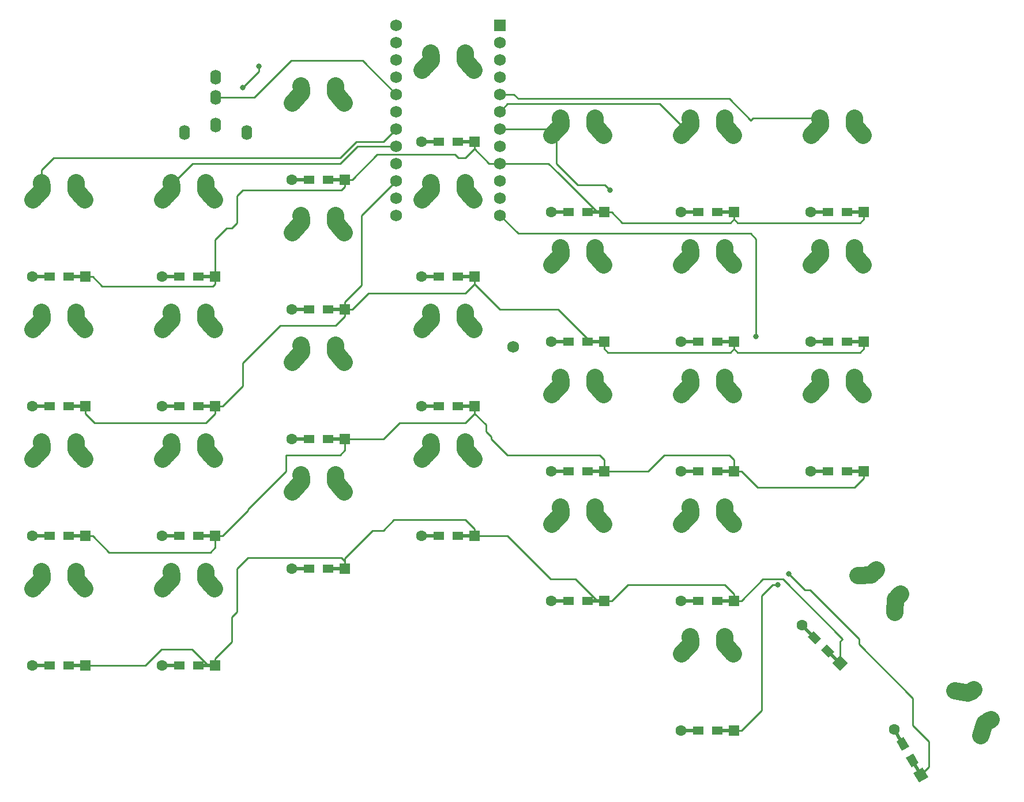
<source format=gbr>
G04 #@! TF.GenerationSoftware,KiCad,Pcbnew,(5.1.2)-2*
G04 #@! TF.CreationDate,2019-06-19T20:54:41-05:00*
G04 #@! TF.ProjectId,BlastersRev2,426c6173-7465-4727-9352-6576322e6b69,rev?*
G04 #@! TF.SameCoordinates,Original*
G04 #@! TF.FileFunction,Copper,L2,Bot*
G04 #@! TF.FilePolarity,Positive*
%FSLAX46Y46*%
G04 Gerber Fmt 4.6, Leading zero omitted, Abs format (unit mm)*
G04 Created by KiCad (PCBNEW (5.1.2)-2) date 2019-06-19 20:54:41*
%MOMM*%
%LPD*%
G04 APERTURE LIST*
%ADD10O,1.600000X2.200000*%
%ADD11R,1.600000X1.600000*%
%ADD12C,1.600000*%
%ADD13R,2.900000X0.500000*%
%ADD14R,1.600000X1.200000*%
%ADD15C,0.100000*%
%ADD16C,0.500000*%
%ADD17C,1.200000*%
%ADD18C,2.000000*%
%ADD19C,2.500000*%
%ADD20C,2.500000*%
%ADD21R,1.752600X1.752600*%
%ADD22C,1.752600*%
%ADD23C,0.800000*%
%ADD24C,0.250000*%
G04 APERTURE END LIST*
D10*
X94293750Y-73212500D03*
X85093750Y-73212500D03*
X89693750Y-72112500D03*
X89693750Y-65112500D03*
X89693750Y-68112500D03*
D11*
X146775000Y-84931250D03*
D12*
X138975000Y-84931250D03*
D13*
X145375000Y-84931250D03*
D14*
X144275000Y-84931250D03*
X141475000Y-84931250D03*
D13*
X140375000Y-84931250D03*
X140375000Y-103981250D03*
D14*
X141475000Y-103981250D03*
X144275000Y-103981250D03*
D13*
X145375000Y-103981250D03*
D12*
X138975000Y-103981250D03*
D11*
X146775000Y-103981250D03*
X146775000Y-123031250D03*
D12*
X138975000Y-123031250D03*
D13*
X145375000Y-123031250D03*
D14*
X144275000Y-123031250D03*
X141475000Y-123031250D03*
D13*
X140375000Y-123031250D03*
X140375000Y-142081250D03*
D14*
X141475000Y-142081250D03*
X144275000Y-142081250D03*
D13*
X145375000Y-142081250D03*
D12*
X138975000Y-142081250D03*
D11*
X146775000Y-142081250D03*
X165825000Y-84931250D03*
D12*
X158025000Y-84931250D03*
D13*
X164425000Y-84931250D03*
D14*
X163325000Y-84931250D03*
X160525000Y-84931250D03*
D13*
X159425000Y-84931250D03*
X159425000Y-103981250D03*
D14*
X160525000Y-103981250D03*
X163325000Y-103981250D03*
D13*
X164425000Y-103981250D03*
D12*
X158025000Y-103981250D03*
D11*
X165825000Y-103981250D03*
X165825000Y-123031250D03*
D12*
X158025000Y-123031250D03*
D13*
X164425000Y-123031250D03*
D14*
X163325000Y-123031250D03*
X160525000Y-123031250D03*
D13*
X159425000Y-123031250D03*
X159425000Y-142081250D03*
D14*
X160525000Y-142081250D03*
X163325000Y-142081250D03*
D13*
X164425000Y-142081250D03*
D12*
X158025000Y-142081250D03*
D11*
X165825000Y-142081250D03*
X165825000Y-161131250D03*
D12*
X158025000Y-161131250D03*
D13*
X164425000Y-161131250D03*
D14*
X163325000Y-161131250D03*
X160525000Y-161131250D03*
D13*
X159425000Y-161131250D03*
X178475000Y-84931250D03*
D14*
X179575000Y-84931250D03*
X182375000Y-84931250D03*
D13*
X183475000Y-84931250D03*
D12*
X177075000Y-84931250D03*
D11*
X184875000Y-84931250D03*
X184875000Y-103981250D03*
D12*
X177075000Y-103981250D03*
D13*
X183475000Y-103981250D03*
D14*
X182375000Y-103981250D03*
X179575000Y-103981250D03*
D13*
X178475000Y-103981250D03*
X178475000Y-123031250D03*
D14*
X179575000Y-123031250D03*
X182375000Y-123031250D03*
D13*
X183475000Y-123031250D03*
D12*
X177075000Y-123031250D03*
D11*
X184875000Y-123031250D03*
D12*
X193243750Y-167683749D03*
D15*
G36*
X192150930Y-167390929D02*
G01*
X193536570Y-166590929D01*
X194336570Y-167976569D01*
X192950930Y-168776569D01*
X192150930Y-167390929D01*
X192150930Y-167390929D01*
G37*
D12*
X189343750Y-160928751D03*
D16*
X192543750Y-166471314D03*
D15*
G36*
X191602244Y-165340577D02*
G01*
X192035256Y-165090577D01*
X193485256Y-167602051D01*
X193052244Y-167852051D01*
X191602244Y-165340577D01*
X191602244Y-165340577D01*
G37*
D17*
X191993750Y-165518686D03*
D15*
G36*
X191074135Y-165125866D02*
G01*
X192113365Y-164525866D01*
X192913365Y-165911506D01*
X191874135Y-166511506D01*
X191074135Y-165125866D01*
X191074135Y-165125866D01*
G37*
D17*
X190593750Y-163093814D03*
D15*
G36*
X189674135Y-162700994D02*
G01*
X190713365Y-162100994D01*
X191513365Y-163486634D01*
X190474135Y-164086634D01*
X189674135Y-162700994D01*
X189674135Y-162700994D01*
G37*
D16*
X190043750Y-162141186D03*
D15*
G36*
X189102244Y-161010449D02*
G01*
X189535256Y-160760449D01*
X190985256Y-163271923D01*
X190552244Y-163521923D01*
X189102244Y-161010449D01*
X189102244Y-161010449D01*
G37*
D13*
X64175000Y-113506250D03*
D14*
X65275000Y-113506250D03*
X68075000Y-113506250D03*
D13*
X69175000Y-113506250D03*
D12*
X62775000Y-113506250D03*
D11*
X70575000Y-113506250D03*
X127725000Y-113506250D03*
D12*
X119925000Y-113506250D03*
D13*
X126325000Y-113506250D03*
D14*
X125225000Y-113506250D03*
X122425000Y-113506250D03*
D13*
X121325000Y-113506250D03*
X121325000Y-132556250D03*
D14*
X122425000Y-132556250D03*
X125225000Y-132556250D03*
D13*
X126325000Y-132556250D03*
D12*
X119925000Y-132556250D03*
D11*
X127725000Y-132556250D03*
D12*
X181351466Y-151188966D03*
D15*
G36*
X180220095Y-151188966D02*
G01*
X181351466Y-150057595D01*
X182482837Y-151188966D01*
X181351466Y-152320337D01*
X180220095Y-151188966D01*
X180220095Y-151188966D01*
G37*
D12*
X175836034Y-145673534D03*
D16*
X180361517Y-150199017D03*
D15*
G36*
X179159435Y-149350489D02*
G01*
X179512989Y-148996935D01*
X181563599Y-151047545D01*
X181210045Y-151401099D01*
X179159435Y-149350489D01*
X179159435Y-149350489D01*
G37*
D17*
X179583699Y-149421199D03*
D15*
G36*
X178593750Y-149279778D02*
G01*
X179442278Y-148431250D01*
X180573648Y-149562620D01*
X179725120Y-150411148D01*
X178593750Y-149279778D01*
X178593750Y-149279778D01*
G37*
D17*
X177603801Y-147441301D03*
D15*
G36*
X176613852Y-147299880D02*
G01*
X177462380Y-146451352D01*
X178593750Y-147582722D01*
X177745222Y-148431250D01*
X176613852Y-147299880D01*
X176613852Y-147299880D01*
G37*
D16*
X176825983Y-146663483D03*
D15*
G36*
X175623901Y-145814955D02*
G01*
X175977455Y-145461401D01*
X178028065Y-147512011D01*
X177674511Y-147865565D01*
X175623901Y-145814955D01*
X175623901Y-145814955D01*
G37*
D13*
X64175000Y-94456250D03*
D14*
X65275000Y-94456250D03*
X68075000Y-94456250D03*
D13*
X69175000Y-94456250D03*
D12*
X62775000Y-94456250D03*
D11*
X70575000Y-94456250D03*
X70575000Y-132556250D03*
D12*
X62775000Y-132556250D03*
D13*
X69175000Y-132556250D03*
D14*
X68075000Y-132556250D03*
X65275000Y-132556250D03*
D13*
X64175000Y-132556250D03*
X64175000Y-151606250D03*
D14*
X65275000Y-151606250D03*
X68075000Y-151606250D03*
D13*
X69175000Y-151606250D03*
D12*
X62775000Y-151606250D03*
D11*
X70575000Y-151606250D03*
X89625000Y-94456250D03*
D12*
X81825000Y-94456250D03*
D13*
X88225000Y-94456250D03*
D14*
X87125000Y-94456250D03*
X84325000Y-94456250D03*
D13*
X83225000Y-94456250D03*
X83225000Y-113506250D03*
D14*
X84325000Y-113506250D03*
X87125000Y-113506250D03*
D13*
X88225000Y-113506250D03*
D12*
X81825000Y-113506250D03*
D11*
X89625000Y-113506250D03*
X89625000Y-132556250D03*
D12*
X81825000Y-132556250D03*
D13*
X88225000Y-132556250D03*
D14*
X87125000Y-132556250D03*
X84325000Y-132556250D03*
D13*
X83225000Y-132556250D03*
X83225000Y-151606250D03*
D14*
X84325000Y-151606250D03*
X87125000Y-151606250D03*
D13*
X88225000Y-151606250D03*
D12*
X81825000Y-151606250D03*
D11*
X89625000Y-151606250D03*
D13*
X102275000Y-80168750D03*
D14*
X103375000Y-80168750D03*
X106175000Y-80168750D03*
D13*
X107275000Y-80168750D03*
D12*
X100875000Y-80168750D03*
D11*
X108675000Y-80168750D03*
X108675000Y-99218750D03*
D12*
X100875000Y-99218750D03*
D13*
X107275000Y-99218750D03*
D14*
X106175000Y-99218750D03*
X103375000Y-99218750D03*
D13*
X102275000Y-99218750D03*
X102275000Y-118268750D03*
D14*
X103375000Y-118268750D03*
X106175000Y-118268750D03*
D13*
X107275000Y-118268750D03*
D12*
X100875000Y-118268750D03*
D11*
X108675000Y-118268750D03*
X108675000Y-137318750D03*
D12*
X100875000Y-137318750D03*
D13*
X107275000Y-137318750D03*
D14*
X106175000Y-137318750D03*
X103375000Y-137318750D03*
D13*
X102275000Y-137318750D03*
D11*
X127725000Y-74612500D03*
D12*
X119925000Y-74612500D03*
D13*
X126325000Y-74612500D03*
D14*
X125225000Y-74612500D03*
X122425000Y-74612500D03*
D13*
X121325000Y-74612500D03*
X121325000Y-94456250D03*
D14*
X122425000Y-94456250D03*
X125225000Y-94456250D03*
D13*
X126325000Y-94456250D03*
D12*
X119925000Y-94456250D03*
D11*
X127725000Y-94456250D03*
D18*
X69175000Y-100275000D03*
X69215000Y-99695000D03*
X64175000Y-100775000D03*
X62865000Y-102235000D03*
D19*
X69830000Y-101505000D03*
D20*
X70484995Y-102235004D02*
X69175005Y-100774996D01*
D19*
X63520000Y-101505000D03*
D20*
X62865005Y-102235004D02*
X64174995Y-100774996D01*
D18*
X69175000Y-100775000D03*
X70485000Y-102235000D03*
D19*
X64155000Y-99985000D03*
D20*
X64135001Y-99695000D02*
X64174999Y-100275000D01*
D18*
X64175000Y-100275000D03*
X64135000Y-99695000D03*
D19*
X69195000Y-99985000D03*
D20*
X69214999Y-99695000D02*
X69175001Y-100275000D01*
D18*
X69175000Y-81225000D03*
X69215000Y-80645000D03*
X64175000Y-81725000D03*
X62865000Y-83185000D03*
D19*
X69830000Y-82455000D03*
D20*
X70484995Y-83185004D02*
X69175005Y-81724996D01*
D19*
X63520000Y-82455000D03*
D20*
X62865005Y-83185004D02*
X64174995Y-81724996D01*
D18*
X69175000Y-81725000D03*
X70485000Y-83185000D03*
D19*
X64155000Y-80935000D03*
D20*
X64135001Y-80645000D02*
X64174999Y-81225000D01*
D18*
X64175000Y-81225000D03*
X64135000Y-80645000D03*
D19*
X69195000Y-80935000D03*
D20*
X69214999Y-80645000D02*
X69175001Y-81225000D01*
D19*
X145395000Y-109510000D03*
D20*
X145414999Y-109220000D02*
X145375001Y-109800000D01*
D18*
X140335000Y-109220000D03*
X140375000Y-109800000D03*
D19*
X140355000Y-109510000D03*
D20*
X140335001Y-109220000D02*
X140374999Y-109800000D01*
D18*
X146685000Y-111760000D03*
X145375000Y-110300000D03*
D19*
X139720000Y-111030000D03*
D20*
X139065005Y-111760004D02*
X140374995Y-110299996D01*
D19*
X146030000Y-111030000D03*
D20*
X146684995Y-111760004D02*
X145375005Y-110299996D01*
D18*
X139065000Y-111760000D03*
X140375000Y-110300000D03*
X145415000Y-109220000D03*
X145375000Y-109800000D03*
X145375000Y-128850000D03*
X145415000Y-128270000D03*
X140375000Y-129350000D03*
X139065000Y-130810000D03*
D19*
X146030000Y-130080000D03*
D20*
X146684995Y-130810004D02*
X145375005Y-129349996D01*
D19*
X139720000Y-130080000D03*
D20*
X139065005Y-130810004D02*
X140374995Y-129349996D01*
D18*
X145375000Y-129350000D03*
X146685000Y-130810000D03*
D19*
X140355000Y-128560000D03*
D20*
X140335001Y-128270000D02*
X140374999Y-128850000D01*
D18*
X140375000Y-128850000D03*
X140335000Y-128270000D03*
D19*
X145395000Y-128560000D03*
D20*
X145414999Y-128270000D02*
X145375001Y-128850000D01*
D19*
X164445000Y-71410000D03*
D20*
X164464999Y-71120000D02*
X164425001Y-71700000D01*
D18*
X159385000Y-71120000D03*
X159425000Y-71700000D03*
D19*
X159405000Y-71410000D03*
D20*
X159385001Y-71120000D02*
X159424999Y-71700000D01*
D18*
X165735000Y-73660000D03*
X164425000Y-72200000D03*
D19*
X158770000Y-72930000D03*
D20*
X158115005Y-73660004D02*
X159424995Y-72199996D01*
D19*
X165080000Y-72930000D03*
D20*
X165734995Y-73660004D02*
X164425005Y-72199996D01*
D18*
X158115000Y-73660000D03*
X159425000Y-72200000D03*
X164465000Y-71120000D03*
X164425000Y-71700000D03*
X164425000Y-90750000D03*
X164465000Y-90170000D03*
X159425000Y-91250000D03*
X158115000Y-92710000D03*
D19*
X165080000Y-91980000D03*
D20*
X165734995Y-92710004D02*
X164425005Y-91249996D01*
D19*
X158770000Y-91980000D03*
D20*
X158115005Y-92710004D02*
X159424995Y-91249996D01*
D18*
X164425000Y-91250000D03*
X165735000Y-92710000D03*
D19*
X159405000Y-90460000D03*
D20*
X159385001Y-90170000D02*
X159424999Y-90750000D01*
D18*
X159425000Y-90750000D03*
X159385000Y-90170000D03*
D19*
X164445000Y-90460000D03*
D20*
X164464999Y-90170000D02*
X164425001Y-90750000D01*
D19*
X164445000Y-109510000D03*
D20*
X164464999Y-109220000D02*
X164425001Y-109800000D01*
D18*
X159385000Y-109220000D03*
X159425000Y-109800000D03*
D19*
X159405000Y-109510000D03*
D20*
X159385001Y-109220000D02*
X159424999Y-109800000D01*
D18*
X165735000Y-111760000D03*
X164425000Y-110300000D03*
D19*
X158770000Y-111030000D03*
D20*
X158115005Y-111760004D02*
X159424995Y-110299996D01*
D19*
X165080000Y-111030000D03*
D20*
X165734995Y-111760004D02*
X164425005Y-110299996D01*
D18*
X158115000Y-111760000D03*
X159425000Y-110300000D03*
X164465000Y-109220000D03*
X164425000Y-109800000D03*
X164425000Y-128850000D03*
X164465000Y-128270000D03*
X159425000Y-129350000D03*
X158115000Y-130810000D03*
D19*
X165080000Y-130080000D03*
D20*
X165734995Y-130810004D02*
X164425005Y-129349996D01*
D19*
X158770000Y-130080000D03*
D20*
X158115005Y-130810004D02*
X159424995Y-129349996D01*
D18*
X164425000Y-129350000D03*
X165735000Y-130810000D03*
D19*
X159405000Y-128560000D03*
D20*
X159385001Y-128270000D02*
X159424999Y-128850000D01*
D18*
X159425000Y-128850000D03*
X159385000Y-128270000D03*
D19*
X164445000Y-128560000D03*
D20*
X164464999Y-128270000D02*
X164425001Y-128850000D01*
D19*
X164445000Y-147610000D03*
D20*
X164464999Y-147320000D02*
X164425001Y-147900000D01*
D18*
X159385000Y-147320000D03*
X159425000Y-147900000D03*
D19*
X159405000Y-147610000D03*
D20*
X159385001Y-147320000D02*
X159424999Y-147900000D01*
D18*
X165735000Y-149860000D03*
X164425000Y-148400000D03*
D19*
X158770000Y-149130000D03*
D20*
X158115005Y-149860004D02*
X159424995Y-148399996D01*
D19*
X165080000Y-149130000D03*
D20*
X165734995Y-149860004D02*
X164425005Y-148399996D01*
D18*
X158115000Y-149860000D03*
X159425000Y-148400000D03*
X164465000Y-147320000D03*
X164425000Y-147900000D03*
X183475000Y-71700000D03*
X183515000Y-71120000D03*
X178475000Y-72200000D03*
X177165000Y-73660000D03*
D19*
X184130000Y-72930000D03*
D20*
X184784995Y-73660004D02*
X183475005Y-72199996D01*
D19*
X177820000Y-72930000D03*
D20*
X177165005Y-73660004D02*
X178474995Y-72199996D01*
D18*
X183475000Y-72200000D03*
X184785000Y-73660000D03*
D19*
X178455000Y-71410000D03*
D20*
X178435001Y-71120000D02*
X178474999Y-71700000D01*
D18*
X178475000Y-71700000D03*
X178435000Y-71120000D03*
D19*
X183495000Y-71410000D03*
D20*
X183514999Y-71120000D02*
X183475001Y-71700000D01*
D19*
X183495000Y-90460000D03*
D20*
X183514999Y-90170000D02*
X183475001Y-90750000D01*
D18*
X178435000Y-90170000D03*
X178475000Y-90750000D03*
D19*
X178455000Y-90460000D03*
D20*
X178435001Y-90170000D02*
X178474999Y-90750000D01*
D18*
X184785000Y-92710000D03*
X183475000Y-91250000D03*
D19*
X177820000Y-91980000D03*
D20*
X177165005Y-92710004D02*
X178474995Y-91249996D01*
D19*
X184130000Y-91980000D03*
D20*
X184784995Y-92710004D02*
X183475005Y-91249996D01*
D18*
X177165000Y-92710000D03*
X178475000Y-91250000D03*
X183515000Y-90170000D03*
X183475000Y-90750000D03*
D19*
X183495000Y-109510000D03*
D20*
X183514999Y-109220000D02*
X183475001Y-109800000D01*
D18*
X178435000Y-109220000D03*
X178475000Y-109800000D03*
D19*
X178455000Y-109510000D03*
D20*
X178435001Y-109220000D02*
X178474999Y-109800000D01*
D18*
X184785000Y-111760000D03*
X183475000Y-110300000D03*
D19*
X177820000Y-111030000D03*
D20*
X177165005Y-111760004D02*
X178474995Y-110299996D01*
D19*
X184130000Y-111030000D03*
D20*
X184784995Y-111760004D02*
X183475005Y-110299996D01*
D18*
X177165000Y-111760000D03*
X178475000Y-110300000D03*
X183515000Y-109220000D03*
X183475000Y-109800000D03*
D19*
X190090051Y-141271368D03*
D20*
X190309254Y-141080448D02*
X189870848Y-141462288D01*
D18*
X186717151Y-137488346D03*
X186335314Y-137926753D03*
D19*
X186526232Y-137707549D03*
D20*
X186717152Y-137488346D02*
X186335312Y-137926752D01*
D18*
X189411228Y-143774526D03*
X189517294Y-141815840D03*
D19*
X185002417Y-138333339D03*
D20*
X184023074Y-138386378D02*
X185981760Y-138280300D01*
D19*
X189464261Y-142795183D03*
D20*
X189411222Y-143774526D02*
X189517300Y-141815840D01*
D18*
X184023074Y-138386372D03*
X185981760Y-138280306D03*
X190309254Y-141080449D03*
X189870847Y-141462286D03*
X203080813Y-159749864D03*
X203603109Y-159494505D03*
X200147802Y-155669736D03*
X198228405Y-155265243D03*
D19*
X202343103Y-160932110D03*
D20*
X202038398Y-161864355D02*
X202647808Y-159999865D01*
D19*
X199188103Y-155467490D03*
D20*
X198228403Y-155265249D02*
X200147803Y-155669731D01*
D18*
X202647802Y-159999864D03*
X202038405Y-161864357D03*
D19*
X200821962Y-155257416D03*
D20*
X201063110Y-155095096D02*
X200580814Y-155419736D01*
D18*
X200580814Y-155419736D03*
X201063109Y-155095095D03*
D19*
X203341962Y-159622184D03*
D20*
X203603109Y-159494504D02*
X203080815Y-159749864D01*
D19*
X145395000Y-71410000D03*
D20*
X145414999Y-71120000D02*
X145375001Y-71700000D01*
D18*
X140335000Y-71120000D03*
X140375000Y-71700000D03*
D19*
X140355000Y-71410000D03*
D20*
X140335001Y-71120000D02*
X140374999Y-71700000D01*
D18*
X146685000Y-73660000D03*
X145375000Y-72200000D03*
D19*
X139720000Y-72930000D03*
D20*
X139065005Y-73660004D02*
X140374995Y-72199996D01*
D19*
X146030000Y-72930000D03*
D20*
X146684995Y-73660004D02*
X145375005Y-72199996D01*
D18*
X139065000Y-73660000D03*
X140375000Y-72200000D03*
X145415000Y-71120000D03*
X145375000Y-71700000D03*
X145375000Y-90750000D03*
X145415000Y-90170000D03*
X140375000Y-91250000D03*
X139065000Y-92710000D03*
D19*
X146030000Y-91980000D03*
D20*
X146684995Y-92710004D02*
X145375005Y-91249996D01*
D19*
X139720000Y-91980000D03*
D20*
X139065005Y-92710004D02*
X140374995Y-91249996D01*
D18*
X145375000Y-91250000D03*
X146685000Y-92710000D03*
D19*
X140355000Y-90460000D03*
D20*
X140335001Y-90170000D02*
X140374999Y-90750000D01*
D18*
X140375000Y-90750000D03*
X140335000Y-90170000D03*
D19*
X145395000Y-90460000D03*
D20*
X145414999Y-90170000D02*
X145375001Y-90750000D01*
D19*
X126345000Y-80935000D03*
D20*
X126364999Y-80645000D02*
X126325001Y-81225000D01*
D18*
X121285000Y-80645000D03*
X121325000Y-81225000D03*
D19*
X121305000Y-80935000D03*
D20*
X121285001Y-80645000D02*
X121324999Y-81225000D01*
D18*
X127635000Y-83185000D03*
X126325000Y-81725000D03*
D19*
X120670000Y-82455000D03*
D20*
X120015005Y-83185004D02*
X121324995Y-81724996D01*
D19*
X126980000Y-82455000D03*
D20*
X127634995Y-83185004D02*
X126325005Y-81724996D01*
D18*
X120015000Y-83185000D03*
X121325000Y-81725000D03*
X126365000Y-80645000D03*
X126325000Y-81225000D03*
X126325000Y-100275000D03*
X126365000Y-99695000D03*
X121325000Y-100775000D03*
X120015000Y-102235000D03*
D19*
X126980000Y-101505000D03*
D20*
X127634995Y-102235004D02*
X126325005Y-100774996D01*
D19*
X120670000Y-101505000D03*
D20*
X120015005Y-102235004D02*
X121324995Y-100774996D01*
D18*
X126325000Y-100775000D03*
X127635000Y-102235000D03*
D19*
X121305000Y-99985000D03*
D20*
X121285001Y-99695000D02*
X121324999Y-100275000D01*
D18*
X121325000Y-100275000D03*
X121285000Y-99695000D03*
D19*
X126345000Y-99985000D03*
D20*
X126364999Y-99695000D02*
X126325001Y-100275000D01*
D18*
X69175000Y-119325000D03*
X69215000Y-118745000D03*
X64175000Y-119825000D03*
X62865000Y-121285000D03*
D19*
X69830000Y-120555000D03*
D20*
X70484995Y-121285004D02*
X69175005Y-119824996D01*
D19*
X63520000Y-120555000D03*
D20*
X62865005Y-121285004D02*
X64174995Y-119824996D01*
D18*
X69175000Y-119825000D03*
X70485000Y-121285000D03*
D19*
X64155000Y-119035000D03*
D20*
X64135001Y-118745000D02*
X64174999Y-119325000D01*
D18*
X64175000Y-119325000D03*
X64135000Y-118745000D03*
D19*
X69195000Y-119035000D03*
D20*
X69214999Y-118745000D02*
X69175001Y-119325000D01*
D19*
X69195000Y-138085000D03*
D20*
X69214999Y-137795000D02*
X69175001Y-138375000D01*
D18*
X64135000Y-137795000D03*
X64175000Y-138375000D03*
D19*
X64155000Y-138085000D03*
D20*
X64135001Y-137795000D02*
X64174999Y-138375000D01*
D18*
X70485000Y-140335000D03*
X69175000Y-138875000D03*
D19*
X63520000Y-139605000D03*
D20*
X62865005Y-140335004D02*
X64174995Y-138874996D01*
D19*
X69830000Y-139605000D03*
D20*
X70484995Y-140335004D02*
X69175005Y-138874996D01*
D18*
X62865000Y-140335000D03*
X64175000Y-138875000D03*
X69215000Y-137795000D03*
X69175000Y-138375000D03*
X88225000Y-81225000D03*
X88265000Y-80645000D03*
X83225000Y-81725000D03*
X81915000Y-83185000D03*
D19*
X88880000Y-82455000D03*
D20*
X89534995Y-83185004D02*
X88225005Y-81724996D01*
D19*
X82570000Y-82455000D03*
D20*
X81915005Y-83185004D02*
X83224995Y-81724996D01*
D18*
X88225000Y-81725000D03*
X89535000Y-83185000D03*
D19*
X83205000Y-80935000D03*
D20*
X83185001Y-80645000D02*
X83224999Y-81225000D01*
D18*
X83225000Y-81225000D03*
X83185000Y-80645000D03*
D19*
X88245000Y-80935000D03*
D20*
X88264999Y-80645000D02*
X88225001Y-81225000D01*
D19*
X88245000Y-99985000D03*
D20*
X88264999Y-99695000D02*
X88225001Y-100275000D01*
D18*
X83185000Y-99695000D03*
X83225000Y-100275000D03*
D19*
X83205000Y-99985000D03*
D20*
X83185001Y-99695000D02*
X83224999Y-100275000D01*
D18*
X89535000Y-102235000D03*
X88225000Y-100775000D03*
D19*
X82570000Y-101505000D03*
D20*
X81915005Y-102235004D02*
X83224995Y-100774996D01*
D19*
X88880000Y-101505000D03*
D20*
X89534995Y-102235004D02*
X88225005Y-100774996D01*
D18*
X81915000Y-102235000D03*
X83225000Y-100775000D03*
X88265000Y-99695000D03*
X88225000Y-100275000D03*
X88225000Y-119325000D03*
X88265000Y-118745000D03*
X83225000Y-119825000D03*
X81915000Y-121285000D03*
D19*
X88880000Y-120555000D03*
D20*
X89534995Y-121285004D02*
X88225005Y-119824996D01*
D19*
X82570000Y-120555000D03*
D20*
X81915005Y-121285004D02*
X83224995Y-119824996D01*
D18*
X88225000Y-119825000D03*
X89535000Y-121285000D03*
D19*
X83205000Y-119035000D03*
D20*
X83185001Y-118745000D02*
X83224999Y-119325000D01*
D18*
X83225000Y-119325000D03*
X83185000Y-118745000D03*
D19*
X88245000Y-119035000D03*
D20*
X88264999Y-118745000D02*
X88225001Y-119325000D01*
D19*
X88245000Y-138085000D03*
D20*
X88264999Y-137795000D02*
X88225001Y-138375000D01*
D18*
X83185000Y-137795000D03*
X83225000Y-138375000D03*
D19*
X83205000Y-138085000D03*
D20*
X83185001Y-137795000D02*
X83224999Y-138375000D01*
D18*
X89535000Y-140335000D03*
X88225000Y-138875000D03*
D19*
X82570000Y-139605000D03*
D20*
X81915005Y-140335004D02*
X83224995Y-138874996D01*
D19*
X88880000Y-139605000D03*
D20*
X89534995Y-140335004D02*
X88225005Y-138874996D01*
D18*
X81915000Y-140335000D03*
X83225000Y-138875000D03*
X88265000Y-137795000D03*
X88225000Y-138375000D03*
D19*
X107295000Y-66647500D03*
D20*
X107314999Y-66357500D02*
X107275001Y-66937500D01*
D18*
X102235000Y-66357500D03*
X102275000Y-66937500D03*
D19*
X102255000Y-66647500D03*
D20*
X102235001Y-66357500D02*
X102274999Y-66937500D01*
D18*
X108585000Y-68897500D03*
X107275000Y-67437500D03*
D19*
X101620000Y-68167500D03*
D20*
X100965005Y-68897504D02*
X102274995Y-67437496D01*
D19*
X107930000Y-68167500D03*
D20*
X108584995Y-68897504D02*
X107275005Y-67437496D01*
D18*
X100965000Y-68897500D03*
X102275000Y-67437500D03*
X107315000Y-66357500D03*
X107275000Y-66937500D03*
X107275000Y-85987500D03*
X107315000Y-85407500D03*
X102275000Y-86487500D03*
X100965000Y-87947500D03*
D19*
X107930000Y-87217500D03*
D20*
X108584995Y-87947504D02*
X107275005Y-86487496D01*
D19*
X101620000Y-87217500D03*
D20*
X100965005Y-87947504D02*
X102274995Y-86487496D01*
D18*
X107275000Y-86487500D03*
X108585000Y-87947500D03*
D19*
X102255000Y-85697500D03*
D20*
X102235001Y-85407500D02*
X102274999Y-85987500D01*
D18*
X102275000Y-85987500D03*
X102235000Y-85407500D03*
D19*
X107295000Y-85697500D03*
D20*
X107314999Y-85407500D02*
X107275001Y-85987500D01*
D19*
X107295000Y-104747500D03*
D20*
X107314999Y-104457500D02*
X107275001Y-105037500D01*
D18*
X102235000Y-104457500D03*
X102275000Y-105037500D03*
D19*
X102255000Y-104747500D03*
D20*
X102235001Y-104457500D02*
X102274999Y-105037500D01*
D18*
X108585000Y-106997500D03*
X107275000Y-105537500D03*
D19*
X101620000Y-106267500D03*
D20*
X100965005Y-106997504D02*
X102274995Y-105537496D01*
D19*
X107930000Y-106267500D03*
D20*
X108584995Y-106997504D02*
X107275005Y-105537496D01*
D18*
X100965000Y-106997500D03*
X102275000Y-105537500D03*
X107315000Y-104457500D03*
X107275000Y-105037500D03*
X107275000Y-124087500D03*
X107315000Y-123507500D03*
X102275000Y-124587500D03*
X100965000Y-126047500D03*
D19*
X107930000Y-125317500D03*
D20*
X108584995Y-126047504D02*
X107275005Y-124587496D01*
D19*
X101620000Y-125317500D03*
D20*
X100965005Y-126047504D02*
X102274995Y-124587496D01*
D18*
X107275000Y-124587500D03*
X108585000Y-126047500D03*
D19*
X102255000Y-123797500D03*
D20*
X102235001Y-123507500D02*
X102274999Y-124087500D01*
D18*
X102275000Y-124087500D03*
X102235000Y-123507500D03*
D19*
X107295000Y-123797500D03*
D20*
X107314999Y-123507500D02*
X107275001Y-124087500D01*
D18*
X126325000Y-62175000D03*
X126365000Y-61595000D03*
X121325000Y-62675000D03*
X120015000Y-64135000D03*
D19*
X126980000Y-63405000D03*
D20*
X127634995Y-64135004D02*
X126325005Y-62674996D01*
D19*
X120670000Y-63405000D03*
D20*
X120015005Y-64135004D02*
X121324995Y-62674996D01*
D18*
X126325000Y-62675000D03*
X127635000Y-64135000D03*
D19*
X121305000Y-61885000D03*
D20*
X121285001Y-61595000D02*
X121324999Y-62175000D01*
D18*
X121325000Y-62175000D03*
X121285000Y-61595000D03*
D19*
X126345000Y-61885000D03*
D20*
X126364999Y-61595000D02*
X126325001Y-62175000D01*
D18*
X126325000Y-119325000D03*
X126365000Y-118745000D03*
X121325000Y-119825000D03*
X120015000Y-121285000D03*
D19*
X126980000Y-120555000D03*
D20*
X127634995Y-121285004D02*
X126325005Y-119824996D01*
D19*
X120670000Y-120555000D03*
D20*
X120015005Y-121285004D02*
X121324995Y-119824996D01*
D18*
X126325000Y-119825000D03*
X127635000Y-121285000D03*
D19*
X121305000Y-119035000D03*
D20*
X121285001Y-118745000D02*
X121324999Y-119325000D01*
D18*
X121325000Y-119325000D03*
X121285000Y-118745000D03*
D19*
X126345000Y-119035000D03*
D20*
X126364999Y-118745000D02*
X126325001Y-119325000D01*
D21*
X131445000Y-57467500D03*
D22*
X131445000Y-60007500D03*
X131445000Y-62547500D03*
X131445000Y-65087500D03*
X131445000Y-67627500D03*
X131445000Y-70167500D03*
X131445000Y-72707500D03*
X131445000Y-75247500D03*
X131445000Y-77787500D03*
X131445000Y-80327500D03*
X131445000Y-82867500D03*
X116205000Y-85407500D03*
X116205000Y-82867500D03*
X116205000Y-80327500D03*
X116205000Y-77787500D03*
X116205000Y-75247500D03*
X116205000Y-72707500D03*
X116205000Y-70167500D03*
X116205000Y-67627500D03*
X116205000Y-65087500D03*
X116205000Y-62547500D03*
X116205000Y-60007500D03*
X131445000Y-85407500D03*
X116205000Y-57467500D03*
X133350000Y-104775000D03*
D23*
X147637500Y-81756250D03*
X172243750Y-139700000D03*
X173831250Y-138112500D03*
X169068750Y-103187500D03*
X93662500Y-66675000D03*
X96043750Y-63500000D03*
D24*
X114300000Y-74612500D02*
X116205000Y-72707500D01*
X110331250Y-74612500D02*
X114300000Y-74612500D01*
X107950000Y-76993750D02*
X110331250Y-74612500D01*
X65881250Y-76993750D02*
X107950000Y-76993750D01*
X64155000Y-80935000D02*
X64155000Y-78720000D01*
X64155000Y-78720000D02*
X65881250Y-76993750D01*
X110490000Y-75247500D02*
X116205000Y-75247500D01*
X107950000Y-77787500D02*
X110490000Y-75247500D01*
X83205000Y-80935000D02*
X86352500Y-77787500D01*
X86352500Y-77787500D02*
X107950000Y-77787500D01*
X138112500Y-72707500D02*
X139065000Y-73660000D01*
X131445000Y-72707500D02*
X138112500Y-72707500D01*
X147637500Y-81756250D02*
X146843750Y-80962500D01*
X146843750Y-80962500D02*
X142875000Y-80962500D01*
X139720000Y-77807500D02*
X139720000Y-72930000D01*
X142875000Y-80962500D02*
X139720000Y-77807500D01*
X131445000Y-67627500D02*
X133508750Y-67627500D01*
X133508750Y-67627500D02*
X134143750Y-68262500D01*
X134143750Y-68262500D02*
X165100000Y-68262500D01*
X165100000Y-68262500D02*
X168275000Y-71437500D01*
X177475001Y-71200001D02*
X178475000Y-72200000D01*
X177395000Y-71120000D02*
X177475001Y-71200001D01*
X168592500Y-71120000D02*
X177395000Y-71120000D01*
X168275000Y-71437500D02*
X168592500Y-71120000D01*
X157814112Y-71974112D02*
X158770000Y-72930000D01*
X154896250Y-69056250D02*
X157814112Y-71974112D01*
X132556250Y-69056250D02*
X154896250Y-69056250D01*
X131445000Y-70167500D02*
X132556250Y-69056250D01*
X165825000Y-105031250D02*
X165825000Y-103981250D01*
X166362500Y-105568750D02*
X165825000Y-105031250D01*
X184337500Y-105568750D02*
X166362500Y-105568750D01*
X184875000Y-105031250D02*
X184337500Y-105568750D01*
X184875000Y-103981250D02*
X184875000Y-105031250D01*
X165825000Y-105031250D02*
X165287500Y-105568750D01*
X146775000Y-105031250D02*
X147312500Y-105568750D01*
X146775000Y-103981250D02*
X146775000Y-105031250D01*
X147312500Y-105568750D02*
X149225000Y-105568750D01*
X149225000Y-105568750D02*
X150812500Y-105568750D01*
X165287500Y-105568750D02*
X150812500Y-105568750D01*
X150812500Y-105568750D02*
X149412500Y-105568750D01*
X131437500Y-99218750D02*
X127725000Y-95506250D01*
X139950748Y-99218750D02*
X131437500Y-99218750D01*
X144713248Y-103981250D02*
X139950748Y-99218750D01*
X146775000Y-103981250D02*
X144713248Y-103981250D01*
X109725000Y-99218750D02*
X112106250Y-96837500D01*
X108675000Y-99218750D02*
X109725000Y-99218750D01*
X112106250Y-96837500D02*
X126206250Y-96837500D01*
X127725000Y-95506250D02*
X127725000Y-94456250D01*
X126393750Y-96837500D02*
X127725000Y-95506250D01*
X126206250Y-96837500D02*
X126393750Y-96837500D01*
X108675000Y-100268750D02*
X108675000Y-99218750D01*
X89625000Y-113506250D02*
X90675000Y-113506250D01*
X90675000Y-113506250D02*
X93662500Y-110518750D01*
X93662500Y-110518750D02*
X93662500Y-107156250D01*
X93662500Y-107156250D02*
X99218750Y-101600000D01*
X99218750Y-101600000D02*
X107343750Y-101600000D01*
X107343750Y-101600000D02*
X108675000Y-100268750D01*
X89625000Y-114556250D02*
X89625000Y-113506250D01*
X88293750Y-115887500D02*
X89625000Y-114556250D01*
X71906250Y-115887500D02*
X88293750Y-115887500D01*
X70575000Y-114556250D02*
X71906250Y-115887500D01*
X70575000Y-113506250D02*
X70575000Y-114556250D01*
X108675000Y-98168750D02*
X111125000Y-95718750D01*
X108675000Y-99218750D02*
X108675000Y-98168750D01*
X111125000Y-85407500D02*
X116205000Y-80327500D01*
X111125000Y-95718750D02*
X111125000Y-85407500D01*
X89625000Y-95506250D02*
X89625000Y-94456250D01*
X89275000Y-95856250D02*
X89625000Y-95506250D01*
X73025000Y-95856250D02*
X89275000Y-95856250D01*
X71625000Y-94456250D02*
X73025000Y-95856250D01*
X70575000Y-94456250D02*
X71625000Y-94456250D01*
X108675000Y-80168750D02*
X109725000Y-80168750D01*
X109725000Y-80168750D02*
X113444949Y-76448801D01*
X113444949Y-76448801D02*
X124838699Y-76448801D01*
X124838699Y-76448801D02*
X125383648Y-76993750D01*
X125383648Y-76993750D02*
X126393750Y-76993750D01*
X126393750Y-76993750D02*
X127725000Y-75662500D01*
X145725000Y-84931250D02*
X146775000Y-84931250D01*
X165825000Y-85981250D02*
X165825000Y-84931250D01*
X165287500Y-86518750D02*
X165825000Y-85981250D01*
X149412500Y-86518750D02*
X165287500Y-86518750D01*
X147825000Y-84931250D02*
X149412500Y-86518750D01*
X146775000Y-84931250D02*
X147825000Y-84931250D01*
X184875000Y-85981250D02*
X184875000Y-84931250D01*
X184337500Y-86518750D02*
X184875000Y-85981250D01*
X166362500Y-86518750D02*
X184337500Y-86518750D01*
X165825000Y-85981250D02*
X166362500Y-86518750D01*
X130205725Y-77787500D02*
X131445000Y-77787500D01*
X129850000Y-77787500D02*
X130205725Y-77787500D01*
X127725000Y-75662500D02*
X129850000Y-77787500D01*
X127725000Y-74612500D02*
X127725000Y-75662500D01*
X138581250Y-77787500D02*
X140168750Y-79375000D01*
X131445000Y-77787500D02*
X138581250Y-77787500D01*
X139919949Y-79126199D02*
X140168750Y-79375000D01*
X140168750Y-79375000D02*
X145725000Y-84931250D01*
X89625000Y-88968750D02*
X89625000Y-94456250D01*
X91281250Y-87312500D02*
X89625000Y-88968750D01*
X92075000Y-87312500D02*
X91281250Y-87312500D01*
X108675000Y-81218750D02*
X108137500Y-81756250D01*
X108675000Y-80168750D02*
X108675000Y-81218750D01*
X108137500Y-81756250D02*
X93662500Y-81756250D01*
X93662500Y-81756250D02*
X92868750Y-82550000D01*
X92868750Y-82550000D02*
X92868750Y-86518750D01*
X92868750Y-86518750D02*
X92075000Y-87312500D01*
X70575000Y-151606250D02*
X79375000Y-151606250D01*
X79375000Y-151606250D02*
X81756250Y-149225000D01*
X88575000Y-151606250D02*
X89625000Y-151606250D01*
X86193750Y-149225000D02*
X88575000Y-151606250D01*
X81756250Y-149225000D02*
X86193750Y-149225000D01*
X108675000Y-136268750D02*
X108675000Y-137318750D01*
X89625000Y-151606250D02*
X89625000Y-150556250D01*
X89625000Y-150556250D02*
X92075000Y-148106250D01*
X92075000Y-148106250D02*
X92075000Y-144462500D01*
X92075000Y-144462500D02*
X92868750Y-143668750D01*
X108137500Y-135731250D02*
X108675000Y-136268750D01*
X92868750Y-137318750D02*
X94456250Y-135731250D01*
X94456250Y-135731250D02*
X108137500Y-135731250D01*
X92868750Y-143668750D02*
X92868750Y-137318750D01*
X108675000Y-137318750D02*
X108675000Y-135800000D01*
X112712500Y-131762500D02*
X114300000Y-131762500D01*
X127725000Y-131506250D02*
X127725000Y-132556250D01*
X114300000Y-131762500D02*
X115887500Y-130175000D01*
X126393750Y-130175000D02*
X127725000Y-131506250D01*
X108675000Y-135800000D02*
X112712500Y-131762500D01*
X115887500Y-130175000D02*
X126393750Y-130175000D01*
X127725000Y-132556250D02*
X132556250Y-132556250D01*
X132556250Y-132556250D02*
X138906250Y-138906250D01*
X145725000Y-142081250D02*
X146775000Y-142081250D01*
X142550000Y-138906250D02*
X145725000Y-142081250D01*
X138906250Y-138906250D02*
X142550000Y-138906250D01*
X165825000Y-141031250D02*
X165825000Y-142081250D01*
X164493750Y-139700000D02*
X165825000Y-141031250D01*
X150206250Y-139700000D02*
X164493750Y-139700000D01*
X147825000Y-142081250D02*
X150206250Y-139700000D01*
X146775000Y-142081250D02*
X147825000Y-142081250D01*
X166875000Y-142081250D02*
X170050000Y-138906250D01*
X165825000Y-142081250D02*
X166875000Y-142081250D01*
X170050000Y-138906250D02*
X173037500Y-138906250D01*
X173037500Y-138906250D02*
X181768750Y-147637500D01*
X181351466Y-148054784D02*
X181351466Y-151188966D01*
X181768750Y-147637500D02*
X181351466Y-148054784D01*
X89625000Y-134212500D02*
X89625000Y-132556250D01*
X74006250Y-134937500D02*
X88900000Y-134937500D01*
X88900000Y-134937500D02*
X89625000Y-134212500D01*
X70575000Y-132556250D02*
X71625000Y-132556250D01*
X71625000Y-132556250D02*
X74006250Y-134937500D01*
X108675000Y-119925000D02*
X108675000Y-118268750D01*
X100012500Y-120650000D02*
X107950000Y-120650000D01*
X107950000Y-120650000D02*
X108675000Y-119925000D01*
X127725000Y-114556250D02*
X127725000Y-113506250D01*
X126393750Y-115887500D02*
X127725000Y-114556250D01*
X116681250Y-115887500D02*
X126393750Y-115887500D01*
X114300000Y-118268750D02*
X116681250Y-115887500D01*
X108675000Y-118268750D02*
X114300000Y-118268750D01*
X146775000Y-121375000D02*
X146775000Y-123031250D01*
X146050000Y-120650000D02*
X146775000Y-121375000D01*
X165825000Y-121375000D02*
X165825000Y-123031250D01*
X165100000Y-120650000D02*
X165825000Y-121375000D01*
X155575000Y-120650000D02*
X165100000Y-120650000D01*
X146775000Y-123031250D02*
X153193750Y-123031250D01*
X153193750Y-123031250D02*
X155575000Y-120650000D01*
X184875000Y-124081250D02*
X184875000Y-123031250D01*
X183543750Y-125412500D02*
X184875000Y-124081250D01*
X169256250Y-125412500D02*
X183543750Y-125412500D01*
X166875000Y-123031250D02*
X169256250Y-125412500D01*
X165825000Y-123031250D02*
X166875000Y-123031250D01*
X127725000Y-114556250D02*
X129381250Y-116212500D01*
X130175000Y-118268750D02*
X132556250Y-120650000D01*
X132556250Y-120650000D02*
X138112500Y-120650000D01*
X137318750Y-120650000D02*
X138112500Y-120650000D01*
X138112500Y-120650000D02*
X146050000Y-120650000D01*
X100012500Y-120650000D02*
X100012500Y-123031250D01*
X100012500Y-123031250D02*
X94456250Y-128587500D01*
X90675000Y-132556250D02*
X89625000Y-132556250D01*
X94456250Y-128775000D02*
X90675000Y-132556250D01*
X94456250Y-128587500D02*
X94456250Y-128775000D01*
X130175000Y-117995000D02*
X129381250Y-117201250D01*
X130175000Y-118268750D02*
X130175000Y-117995000D01*
X129381250Y-116212500D02*
X129381250Y-117201250D01*
X166875000Y-161131250D02*
X169862500Y-158143750D01*
X165825000Y-161131250D02*
X166875000Y-161131250D01*
X169862500Y-158143750D02*
X169862500Y-141287500D01*
X169862500Y-141287500D02*
X171450000Y-139700000D01*
X171450000Y-139700000D02*
X172243750Y-139700000D01*
X194468750Y-162718750D02*
X194468750Y-166458749D01*
X173831250Y-138112500D02*
X176228149Y-140509399D01*
X192087500Y-160337500D02*
X194468750Y-162718750D01*
X176228149Y-140509399D02*
X177021899Y-140509399D01*
X177021899Y-140509399D02*
X184150000Y-147637500D01*
X184150000Y-147637500D02*
X184150000Y-148431250D01*
X194468750Y-166458749D02*
X193243750Y-167683749D01*
X184150000Y-148431250D02*
X192087500Y-156368750D01*
X192087500Y-156368750D02*
X192087500Y-160337500D01*
X169068750Y-92546649D02*
X169068750Y-103187500D01*
X169068750Y-88900000D02*
X169068750Y-93340399D01*
X131445000Y-85407500D02*
X134143750Y-88106250D01*
X168275000Y-88106250D02*
X169068750Y-88900000D01*
X134143750Y-88106250D02*
X168275000Y-88106250D01*
X89693750Y-68112500D02*
X95400000Y-68112500D01*
X111283750Y-62706250D02*
X116205000Y-67627500D01*
X100806250Y-62706250D02*
X111283750Y-62706250D01*
X95400000Y-68112500D02*
X100806250Y-62706250D01*
X93662500Y-66675000D02*
X96043750Y-64293750D01*
X96043750Y-64293750D02*
X96043750Y-63500000D01*
M02*

</source>
